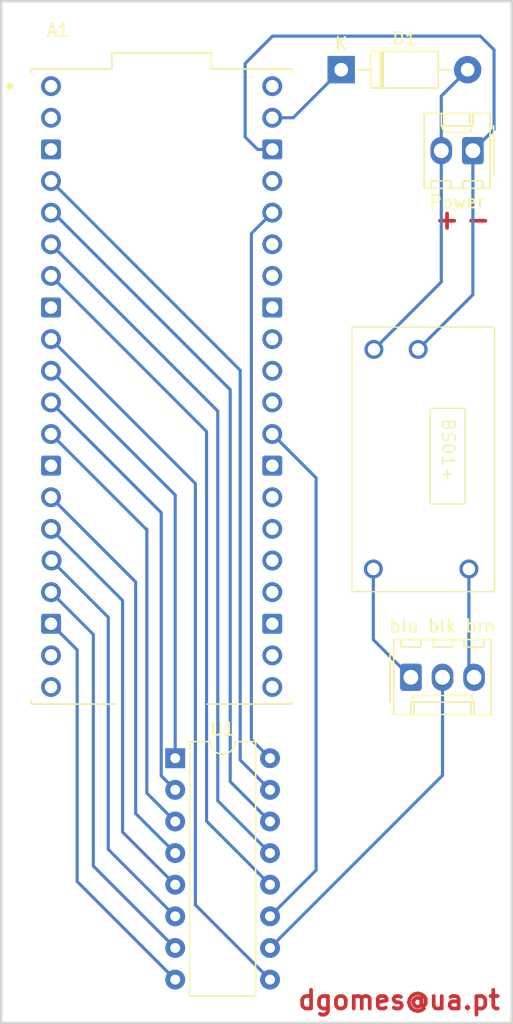
<source format=kicad_pcb>
(kicad_pcb (version 20221018) (generator pcbnew)
  (layers (0 "F.Cu" signal) (31 "B.Cu" signal) (34 "B.Paste" user) (35 "F.Paste" user) (36 "B.SilkS" user "B.Silkscreen") (37 "F.SilkS" user "F.Silkscreen") (38 "B.Mask" user) (39 "F.Mask" user) (44 "Edge.Cuts" user))
  (net 0 "")
  (net 2 "Net-(A1-GP10)")
  (net 3 "Net-(A1-GP11)")
  (net 4 "Net-(A1-GP12)")
  (net 5 "Net-(A1-GP4)")
  (net 6 "Net-(A1-GP3)")
  (net 7 "Net-(A1-GP5)")
  (net 8 "Net-(A1-GP2)")
  (net 9 "Net-(A1-GP22)")
  (net 10 "Net-(A1-GP7)")
  (net 11 "Net-(A1-GP6)")
  (net 12 "Net-(A1-GP8)")
  (net 13 "Net-(A1-GP9)")
  (net 14 "Net-(A1-3V3_OUT)")
  (net 34 "Net-(BS01+1-in_-)")
  (net 36 "Net-(A1-VSYS)")
  (net 37 "Net-(BS01+1-in_+)")
  (net 39 "Net-(A1-GP13)")
  (net 40 "Net-(J1-Pin_2)")
  (net 42 "Net-(U1-VSS)")
  (net 43 "Net-(BS01+1-out_-)")
  (net 44 "Net-(BS01+1-out_+)")
  (footprint "Connector_Molex:Molex_KK-254_AE-6410-02A_1x02_P2.54mm_Vertical" (layer "F.Cu") (at 160.9 76.3 180)
    (fp_text reference "Power" (at 1.27 -4.12) (layer "F.SilkS"))
    (fp_text value "pos" hide)
    (fp_line (start -1.67 -2) (end -1.67 2) (stroke (width 0.12)) (layer "F.SilkS"))
    (fp_line (start -1.38 -3.03) (end -1.38 2.99) (stroke (width 0.12)) (layer "F.SilkS"))
    (fp_line (start -1.38 2.99) (end 3.92 2.99) (stroke (width 0.12)) (layer "F.SilkS"))
    (fp_line (start -0.8 -3.03) (end -0.8 -2.43) (stroke (width 0.12)) (layer "F.SilkS"))
    (fp_line (start -0.8 -2.43) (end 0.8 -2.43) (stroke (width 0.12)) (layer "F.SilkS"))
    (fp_line (start 0 1.99) (end 0.25 1.46) (stroke (width 0.12)) (layer "F.SilkS"))
    (fp_line (start 0 1.99) (end 2.54 1.99) (stroke (width 0.12)) (layer "F.SilkS"))
    (fp_line (start 0 2.99) (end 0 1.99) (stroke (width 0.12)) (layer "F.SilkS"))
    (fp_line (start 0.25 1.46) (end 2.29 1.46) (stroke (width 0.12)) (layer "F.SilkS"))
    (fp_line (start 0.25 2.99) (end 0.25 1.99) (stroke (width 0.12)) (layer "F.SilkS"))
    (fp_line (start 0.8 -2.43) (end 0.8 -3.03) (stroke (width 0.12)) (layer "F.SilkS"))
    (fp_line (start 1.74 -3.03) (end 1.74 -2.43) (stroke (width 0.12)) (layer "F.SilkS"))
    (fp_line (start 1.74 -2.43) (end 3.34 -2.43) (stroke (width 0.12)) (layer "F.SilkS"))
    (fp_line (start 2.29 1.46) (end 2.54 1.99) (stroke (width 0.12)) (layer "F.SilkS"))
    (fp_line (start 2.29 2.99) (end 2.29 1.99) (stroke (width 0.12)) (layer "F.SilkS"))
    (fp_line (start 2.54 1.99) (end 2.54 2.99) (stroke (width 0.12)) (layer "F.SilkS"))
    (fp_line (start 3.34 -2.43) (end 3.34 -3.03) (stroke (width 0.12)) (layer "F.SilkS"))
    (fp_line (start 3.92 -3.03) (end -1.38 -3.03) (stroke (width 0.12)) (layer "F.SilkS"))
    (fp_line (start 3.92 2.99) (end 3.92 -3.03) (stroke (width 0.12)) (layer "F.SilkS"))
    (pad "1" thru_hole roundrect (at 0 0 180) (size 1.74 2.19) (drill 1.19) (layers "*.Cu" "*.Mask") (roundrect_rratio 0.1436781609) (net 34 "Net-(BS01+1-in_-)"))
    (pad "2" thru_hole oval (at 2.54 0 180) (size 1.74 2.19) (drill 1.19) (layers "*.Cu" "*.Mask") (net 37 "Net-(BS01+1-in_+)"))
  )
  (footprint "Package_DIP:DIP-16_W7.62mm" (layer "F.Cu") (at 136.98 125.1)
    (fp_text reference "U1" (at 3.81 -2.33) (layer "F.SilkS"))
    (fp_text value "4020")
    (fp_line (start 1.16 -1.33) (end 1.16 19.11) (stroke (width 0.12)) (layer "F.SilkS"))
    (fp_line (start 1.16 19.11) (end 6.46 19.11) (stroke (width 0.12)) (layer "F.SilkS"))
    (fp_line (start 2.81 -1.33) (end 1.16 -1.33) (stroke (width 0.12)) (layer "F.SilkS"))
    (fp_line (start 6.46 -1.33) (end 4.81 -1.33) (stroke (width 0.12)) (layer "F.SilkS"))
    (fp_line (start 6.46 19.11) (end 6.46 -1.33) (stroke (width 0.12)) (layer "F.SilkS"))
    (fp_arc (start 4.81 -1.33) (mid 3.81 -0.33) (end 2.81 -1.33) (stroke (width 0.12)) (layer "F.SilkS"))
    (pad "1" thru_hole rect (at 0 0) (size 1.6 1.6) (drill 0.8) (layers "*.Cu" "*.Mask") (net 10 "Net-(A1-GP7)"))
    (pad "2" thru_hole oval (at 0 2.54) (size 1.6 1.6) (drill 0.8) (layers "*.Cu" "*.Mask") (net 12 "Net-(A1-GP8)"))
    (pad "3" thru_hole oval (at 0 5.08) (size 1.6 1.6) (drill 0.8) (layers "*.Cu" "*.Mask") (net 13 "Net-(A1-GP9)"))
    (pad "4" thru_hole oval (at 0 7.62) (size 1.6 1.6) (drill 0.8) (layers "*.Cu" "*.Mask") (net 2 "Net-(A1-GP10)"))
    (pad "5" thru_hole oval (at 0 10.16) (size 1.6 1.6) (drill 0.8) (layers "*.Cu" "*.Mask") (net 3 "Net-(A1-GP11)"))
    (pad "6" thru_hole oval (at 0 12.7) (size 1.6 1.6) (drill 0.8) (layers "*.Cu" "*.Mask") (net 4 "Net-(A1-GP12)"))
    (pad "7" thru_hole oval (at 0 15.24) (size 1.6 1.6) (drill 0.8) (layers "*.Cu" "*.Mask") (net 39 "Net-(A1-GP13)"))
    (pad "8" thru_hole oval (at 0 17.78) (size 1.6 1.6) (drill 0.8) (layers "*.Cu" "*.Mask") (net 42 "Net-(U1-VSS)"))
    (pad "9" thru_hole oval (at 7.62 17.78) (size 1.6 1.6) (drill 0.8) (layers "*.Cu" "*.Mask") (net 11 "Net-(A1-GP6)"))
    (pad "10" thru_hole oval (at 7.62 15.24) (size 1.6 1.6) (drill 0.8) (layers "*.Cu" "*.Mask") (net 40 "Net-(J1-Pin_2)"))
    (pad "11" thru_hole oval (at 7.62 12.7) (size 1.6 1.6) (drill 0.8) (layers "*.Cu" "*.Mask") (net 9 "Net-(A1-GP22)"))
    (pad "12" thru_hole oval (at 7.62 10.16) (size 1.6 1.6) (drill 0.8) (layers "*.Cu" "*.Mask") (net 7 "Net-(A1-GP5)"))
    (pad "13" thru_hole oval (at 7.62 7.62) (size 1.6 1.6) (drill 0.8) (layers "*.Cu" "*.Mask") (net 5 "Net-(A1-GP4)"))
    (pad "14" thru_hole oval (at 7.62 5.08) (size 1.6 1.6) (drill 0.8) (layers "*.Cu" "*.Mask") (net 6 "Net-(A1-GP3)"))
    (pad "15" thru_hole oval (at 7.62 2.54) (size 1.6 1.6) (drill 0.8) (layers "*.Cu" "*.Mask") (net 8 "Net-(A1-GP2)"))
    (pad "16" thru_hole oval (at 7.62 0) (size 1.6 1.6) (drill 0.8) (layers "*.Cu" "*.Mask") (net 14 "Net-(A1-3V3_OUT)"))
  )
  (footprint "Water Meter PCB:BS01+" (layer "F.Cu") (at 156.504 92.3676 -90)
    (fp_text reference "BS01+1" hide)
    (fp_text value "~" hide)
    (fp_text_box "BS01+" (start 12.3124 -3.766) (end 4.6324 -0.956) (layer "F.SilkS") (effects (font (size 1 1) (thickness 0.1)) (justify left top)) (stroke (width 0.1)))
    (fp_rect (start 19.3524 -6.1468) (end -1.8976 5.324) (stroke (width 0.1)) (fill none) (layer "F.SilkS"))
    (pad "1" thru_hole circle (at 17.5324 -4.076 270) (size 1.524 1.524) (drill 1) (layers "*.Cu" "*.Mask") (net 44 "Net-(BS01+1-out_+)"))
    (pad "2" thru_hole circle (at 17.5324 3.604 270) (size 1.524 1.524) (drill 1) (layers "*.Cu" "*.Mask") (net 43 "Net-(BS01+1-out_-)"))
    (pad "3" thru_hole circle (at -0.1016 0 270) (size 1.524 1.524) (drill 1) (layers "*.Cu" "*.Mask") (net 34 "Net-(BS01+1-in_-)"))
    (pad "4" thru_hole circle (at -0.1016 3.556 270) (size 1.524 1.524) (drill 1) (layers "*.Cu" "*.Mask") (net 37 "Net-(BS01+1-in_+)"))
  )
  (footprint "Connector_Molex:Molex_KK-254_AE-6410-03A_1x03_P2.54mm_Vertical" (layer "F.Cu") (at 155.92 118.6)
    (fp_text reference "blu blk brn" (at 2.54 -4.12) (layer "F.SilkS"))
    (fp_text value "TL-W5MC1")
    (fp_line (start -1.67 -2) (end -1.67 2) (stroke (width 0.12)) (layer "F.SilkS"))
    (fp_line (start -1.38 -3.03) (end -1.38 2.99) (stroke (width 0.12)) (layer "F.SilkS"))
    (fp_line (start -1.38 2.99) (end 6.46 2.99) (stroke (width 0.12)) (layer "F.SilkS"))
    (fp_line (start -0.8 -3.03) (end -0.8 -2.43) (stroke (width 0.12)) (layer "F.SilkS"))
    (fp_line (start -0.8 -2.43) (end 0.8 -2.43) (stroke (width 0.12)) (layer "F.SilkS"))
    (fp_line (start 0 1.99) (end 0.25 1.46) (stroke (width 0.12)) (layer "F.SilkS"))
    (fp_line (start 0 1.99) (end 5.08 1.99) (stroke (width 0.12)) (layer "F.SilkS"))
    (fp_line (start 0 2.99) (end 0 1.99) (stroke (width 0.12)) (layer "F.SilkS"))
    (fp_line (start 0.25 1.46) (end 4.83 1.46) (stroke (width 0.12)) (layer "F.SilkS"))
    (fp_line (start 0.25 2.99) (end 0.25 1.99) (stroke (width 0.12)) (layer "F.SilkS"))
    (fp_line (start 0.8 -2.43) (end 0.8 -3.03) (stroke (width 0.12)) (layer "F.SilkS"))
    (fp_line (start 1.74 -3.03) (end 1.74 -2.43) (stroke (width 0.12)) (layer "F.SilkS"))
    (fp_line (start 1.74 -2.43) (end 3.34 -2.43) (stroke (width 0.12)) (layer "F.SilkS"))
    (fp_line (start 3.34 -2.43) (end 3.34 -3.03) (stroke (width 0.12)) (layer "F.SilkS"))
    (fp_line (start 4.28 -3.03) (end 4.28 -2.43) (stroke (width 0.12)) (layer "F.SilkS"))
    (fp_line (start 4.28 -2.43) (end 5.88 -2.43) (stroke (width 0.12)) (layer "F.SilkS"))
    (fp_line (start 4.83 1.46) (end 5.08 1.99) (stroke (width 0.12)) (layer "F.SilkS"))
    (fp_line (start 4.83 2.99) (end 4.83 1.99) (stroke (width 0.12)) (layer "F.SilkS"))
    (fp_line (start 5.08 1.99) (end 5.08 2.99) (stroke (width 0.12)) (layer "F.SilkS"))
    (fp_line (start 5.88 -2.43) (end 5.88 -3.03) (stroke (width 0.12)) (layer "F.SilkS"))
    (fp_line (start 6.46 -3.03) (end -1.38 -3.03) (stroke (width 0.12)) (layer "F.SilkS"))
    (fp_line (start 6.46 2.99) (end 6.46 -3.03) (stroke (width 0.12)) (layer "F.SilkS"))
    (pad "1" thru_hole roundrect (at 0 0) (size 1.74 2.19) (drill 1.19) (layers "*.Cu" "*.Mask") (roundrect_rratio 0.1436781609) (net 43 "Net-(BS01+1-out_-)"))
    (pad "2" thru_hole oval (at 2.54 0) (size 1.74 2.19) (drill 1.19) (layers "*.Cu" "*.Mask") (net 40 "Net-(J1-Pin_2)"))
    (pad "3" thru_hole oval (at 5.08 0) (size 1.74 2.19) (drill 1.19) (layers "*.Cu" "*.Mask") (net 44 "Net-(BS01+1-out_+)"))
  )
  (footprint "Water Meter PCB:MODULE_SC0918" (layer "F.Cu") (at 135.89 95.25)
    (fp_text reference "A1" (at -8.325 -28.635) (layer "F.SilkS"))
    (fp_text value "SC0918")
    (fp_line (start -10.5 -25.5) (end -4 -25.5) (stroke (width 0.127)) (layer "F.SilkS"))
    (fp_line (start -10.5 -25.25) (end -10.5 -25.5) (stroke (width 0.127)) (layer "F.SilkS"))
    (fp_line (start -10.5 25.5) (end -10.5 25.25) (stroke (width 0.127)) (layer "F.SilkS"))
    (fp_line (start -4 -26.8) (end 4 -26.8) (stroke (width 0.127)) (layer "F.SilkS"))
    (fp_line (start -4 -25.5) (end -4 -26.8) (stroke (width 0.127)) (layer "F.SilkS"))
    (fp_line (start -3.66 25.5) (end -10.5 25.5) (stroke (width 0.127)) (layer "F.SilkS"))
    (fp_line (start 4 -26.8) (end 4 -25.5) (stroke (width 0.127)) (layer "F.SilkS"))
    (fp_line (start 4 -25.5) (end 10.5 -25.5) (stroke (width 0.127)) (layer "F.SilkS"))
    (fp_line (start 10.5 -25.5) (end 10.5 -25.25) (stroke (width 0.127)) (layer "F.SilkS"))
    (fp_line (start 10.5 25.5) (end 3.66 25.5) (stroke (width 0.127)) (layer "F.SilkS"))
    (fp_line (start 10.5 25.5) (end 10.5 25.25) (stroke (width 0.127)) (layer "F.SilkS"))
    (fp_circle (center -12.19 -24.13) (end -11.99 -24.13) (stroke (width 0.2)) (fill solid) (layer "F.SilkS"))
    (pad "1" thru_hole circle (at -8.89 -24.13) (size 1.6 1.6) (drill 1) (layers "*.Cu" "*.Mask"))
    (pad "2" thru_hole circle (at -8.89 -21.59) (size 1.6 1.6) (drill 1) (layers "*.Cu" "*.Mask"))
    (pad "3" thru_hole roundrect (at -8.89 -19.05) (size 1.6 1.6) (drill 1) (layers "*.Cu" "*.Mask") (roundrect_rratio 0.125))
    (pad "4" thru_hole circle (at -8.89 -16.51) (size 1.6 1.6) (drill 1) (layers "*.Cu" "*.Mask") (net 8 "Net-(A1-GP2)"))
    (pad "5" thru_hole circle (at -8.89 -13.97) (size 1.6 1.6) (drill 1) (layers "*.Cu" "*.Mask") (net 6 "Net-(A1-GP3)"))
    (pad "6" thru_hole circle (at -8.89 -11.43) (size 1.6 1.6) (drill 1) (layers "*.Cu" "*.Mask") (net 5 "Net-(A1-GP4)"))
    (pad "7" thru_hole circle (at -8.89 -8.89) (size 1.6 1.6) (drill 1) (layers "*.Cu" "*.Mask") (net 7 "Net-(A1-GP5)"))
    (pad "8" thru_hole roundrect (at -8.89 -6.35) (size 1.6 1.6) (drill 1) (layers "*.Cu" "*.Mask") (roundrect_rratio 0.125))
    (pad "9" thru_hole circle (at -8.89 -3.81) (size 1.6 1.6) (drill 1) (layers "*.Cu" "*.Mask") (net 11 "Net-(A1-GP6)"))
    (pad "10" thru_hole circle (at -8.89 -1.27) (size 1.6 1.6) (drill 1) (layers "*.Cu" "*.Mask") (net 10 "Net-(A1-GP7)"))
    (pad "11" thru_hole circle (at -8.89 1.27) (size 1.6 1.6) (drill 1) (layers "*.Cu" "*.Mask") (net 12 "Net-(A1-GP8)"))
    (pad "12" thru_hole circle (at -8.89 3.81) (size 1.6 1.6) (drill 1) (layers "*.Cu" "*.Mask") (net 13 "Net-(A1-GP9)"))
    (pad "13" thru_hole roundrect (at -8.89 6.35) (size 1.6 1.6) (drill 1) (layers "*.Cu" "*.Mask") (roundrect_rratio 0.125))
    (pad "14" thru_hole circle (at -8.89 8.89) (size 1.6 1.6) (drill 1) (layers "*.Cu" "*.Mask") (net 2 "Net-(A1-GP10)"))
    (pad "15" thru_hole circle (at -8.89 11.43) (size 1.6 1.6) (drill 1) (layers "*.Cu" "*.Mask") (net 3 "Net-(A1-GP11)"))
    (pad "16" thru_hole circle (at -8.848119 13.97) (size 1.6 1.6) (drill 1) (layers "*.Cu" "*.Mask") (net 4 "Net-(A1-GP12)"))
    (pad "17" thru_hole circle (at -8.89 16.51) (size 1.6 1.6) (drill 1) (layers "*.Cu" "*.Mask") (net 39 "Net-(A1-GP13)"))
    (pad "18" thru_hole roundrect (at -8.89 19.05) (size 1.6 1.6) (drill 1) (layers "*.Cu" "*.Mask") (roundrect_rratio 0.125) (net 42 "Net-(U1-VSS)"))
    (pad "19" thru_hole circle (at -8.89 21.59) (size 1.6 1.6) (drill 1) (layers "*.Cu" "*.Mask"))
    (pad "20" thru_hole circle (at -8.89 24.13) (size 1.6 1.6) (drill 1) (layers "*.Cu" "*.Mask"))
    (pad "21" thru_hole circle (at 8.89 24.13) (size 1.6 1.6) (drill 1) (layers "*.Cu" "*.Mask"))
    (pad "22" thru_hole circle (at 8.89 21.59) (size 1.6 1.6) (drill 1) (layers "*.Cu" "*.Mask"))
    (pad "23" thru_hole roundrect (at 8.89 19.05) (size 1.6 1.6) (drill 1) (layers "*.Cu" "*.Mask") (roundrect_rratio 0.125))
    (pad "24" thru_hole circle (at 8.89 16.51) (size 1.6 1.6) (drill 1) (layers "*.Cu" "*.Mask"))
    (pad "25" thru_hole circle (at 8.89 13.97) (size 1.6 1.6) (drill 1) (layers "*.Cu" "*.Mask"))
    (pad "26" thru_hole circle (at 8.89 11.43) (size 1.6 1.6) (drill 1) (layers "*.Cu" "*.Mask"))
    (pad "27" thru_hole circle (at 8.89 8.89) (size 1.6 1.6) (drill 1) (layers "*.Cu" "*.Mask"))
    (pad "28" thru_hole roundrect (at 8.89 6.35) (size 1.6 1.6) (drill 1) (layers "*.Cu" "*.Mask") (roundrect_rratio 0.125))
    (pad "29" thru_hole circle (at 8.89 3.81) (size 1.6 1.6) (drill 1) (layers "*.Cu" "*.Mask") (net 9 "Net-(A1-GP22)"))
    (pad "30" thru_hole circle (at 8.89 1.27) (size 1.6 1.6) (drill 1) (layers "*.Cu" "*.Mask"))
    (pad "31" thru_hole circle (at 8.89 -1.27) (size 1.6 1.6) (drill 1) (layers "*.Cu" "*.Mask"))
    (pad "32" thru_hole circle (at 8.89 -3.81) (size 1.6 1.6) (drill 1) (layers "*.Cu" "*.Mask"))
    (pad "33" thru_hole roundrect (at 8.89 -6.35) (size 1.6 1.6) (drill 1) (layers "*.Cu" "*.Mask") (roundrect_rratio 0.125))
    (pad "34" thru_hole circle (at 8.89 -8.89) (size 1.6 1.6) (drill 1) (layers "*.Cu" "*.Mask"))
    (pad "35" thru_hole circle (at 8.89 -11.43) (size 1.6 1.6) (drill 1) (layers "*.Cu" "*.Mask"))
    (pad "36" thru_hole circle (at 8.89 -13.97) (size 1.6 1.6) (drill 1) (layers "*.Cu" "*.Mask") (net 14 "Net-(A1-3V3_OUT)"))
    (pad "37" thru_hole circle (at 8.89 -16.51) (size 1.6 1.6) (drill 1) (layers "*.Cu" "*.Mask"))
    (pad "38" thru_hole roundrect (at 8.89 -19.05) (size 1.6 1.6) (drill 1) (layers "*.Cu" "*.Mask") (roundrect_rratio 0.125) (net 34 "Net-(BS01+1-in_-)"))
    (pad "39" thru_hole circle (at 8.89 -21.59) (size 1.6 1.6) (drill 1) (layers "*.Cu" "*.Mask") (net 36 "Net-(A1-VSYS)"))
    (pad "40" thru_hole circle (at 8.89 -24.13) (size 1.6 1.6) (drill 1) (layers "*.Cu" "*.Mask"))
  )
  (footprint "Diode_THT:D_DO-41_SOD81_P10.16mm_Horizontal" (layer "F.Cu") (at 150.32 69.8)
    (fp_text reference "D1" (at 5.08 -2.47) (layer "F.SilkS"))
    (fp_text value "1N5819")
    (fp_text user "K" (at 0 -2.1) (layer "F.SilkS"))
    (fp_line (start 1.34 0) (end 2.36 0) (stroke (width 0.12)) (layer "F.SilkS"))
    (fp_line (start 2.36 -1.47) (end 2.36 1.47) (stroke (width 0.12)) (layer "F.SilkS"))
    (fp_line (start 2.36 1.47) (end 7.8 1.47) (stroke (width 0.12)) (layer "F.SilkS"))
    (fp_line (start 3.14 -1.47) (end 3.14 1.47) (stroke (width 0.12)) (layer "F.SilkS"))
    (fp_line (start 3.26 -1.47) (end 3.26 1.47) (stroke (width 0.12)) (layer "F.SilkS"))
    (fp_line (start 3.38 -1.47) (end 3.38 1.47) (stroke (width 0.12)) (layer "F.SilkS"))
    (fp_line (start 7.8 -1.47) (end 2.36 -1.47) (stroke (width 0.12)) (layer "F.SilkS"))
    (fp_line (start 7.8 1.47) (end 7.8 -1.47) (stroke (width 0.12)) (layer "F.SilkS"))
    (fp_line (start 8.82 0) (end 7.8 0) (stroke (width 0.12)) (layer "F.SilkS"))
    (pad "1" thru_hole rect (at 0 0) (size 2.2 2.2) (drill 1.1) (layers "*.Cu" "*.Mask") (net 36 "Net-(A1-VSYS)"))
    (pad "2" thru_hole oval (at 10.16 0) (size 2.2 2.2) (drill 1.1) (layers "*.Cu" "*.Mask") (net 37 "Net-(BS01+1-in_+)"))
  )
  (gr_rect (start 123 64.3) (end 164.025627 146.362813) (stroke (width 0.2)) (fill none) (layer "Edge.Cuts"))
  (gr_text "-" (at 160.2 82.7) (layer "F.Cu") (effects (font (size 1.5 1.5) (thickness 0.3) bold) (justify left bottom)))
  (gr_text "+" (at 157.7 82.7) (layer "F.Cu") (effects (font (size 1.5 1.5) (thickness 0.3) bold) (justify left bottom)))
  (gr_text "dgomes@ua.pt" (at 146.7 145.4) (layer "F.Cu") (effects (font (size 1.5 1.5) (thickness 0.3) bold) (justify left bottom)))
  (segment (start 127 104.14) (end 133.8 110.94) (width 0.25) (layer "B.Cu") (net 2))
  (segment (start 133.8 129.54) (end 136.98 132.72) (width 0.25) (layer "B.Cu") (net 2))
  (segment (start 133.8 110.94) (end 133.8 129.54) (width 0.25) (layer "B.Cu") (net 2))
  (segment (start 132.75 112.43) (end 127 106.68) (width 0.25) (layer "B.Cu") (net 3))
  (segment (start 132.75 131.03) (end 132.75 112.43) (width 0.25) (layer "B.Cu") (net 3))
  (segment (start 136.98 135.26) (end 132.75 131.03) (width 0.25) (layer "B.Cu") (net 3))
  (segment (start 127.041881 109.22) (end 131.6 113.778119) (width 0.25) (layer "B.Cu") (net 4))
  (segment (start 131.6 132.42) (end 136.98 137.8) (width 0.25) (layer "B.Cu") (net 4))
  (segment (start 131.6 113.778119) (end 131.6 132.42) (width 0.25) (layer "B.Cu") (net 4))
  (segment (start 140.4 97.22) (end 127 83.82) (width 0.25) (layer "B.Cu") (net 5))
  (segment (start 140.4 128.52) (end 140.4 97.22) (width 0.25) (layer "B.Cu") (net 5))
  (segment (start 144.6 132.72) (end 140.4 128.52) (width 0.25) (layer "B.Cu") (net 5))
  (segment (start 141.4 126.98) (end 141.4 95.5) (width 0.25) (layer "B.Cu") (net 6))
  (segment (start 127.18 81.28) (end 127 81.28) (width 0.25) (layer "B.Cu") (net 6))
  (segment (start 144.6 130.18) (end 141.4 126.98) (width 0.25) (layer "B.Cu") (net 6))
  (segment (start 141.4 95.5) (end 127.18 81.28) (width 0.25) (layer "B.Cu") (net 6))
  (segment (start 127 86.36) (end 139.5 98.86) (width 0.25) (layer "B.Cu") (net 7))
  (segment (start 139.5 130.16) (end 144.6 135.26) (width 0.25) (layer "B.Cu") (net 7))
  (segment (start 139.5 98.86) (end 139.5 130.16) (width 0.25) (layer "B.Cu") (net 7))
  (segment (start 127 78.74) (end 142.2 93.94) (width 0.25) (layer "B.Cu") (net 8))
  (segment (start 142.2 93.94) (end 142.2 125.24) (width 0.25) (layer "B.Cu") (net 8))
  (segment (start 142.2 125.24) (end 144.6 127.64) (width 0.25) (layer "B.Cu") (net 8))
  (segment (start 144.6 137.8) (end 148.3 134.1) (width 0.25) (layer "B.Cu") (net 9))
  (segment (start 148.3 134.1) (end 148.3 102.58) (width 0.25) (layer "B.Cu") (net 9))
  (segment (start 148.3 102.58) (end 144.78 99.06) (width 0.25) (layer "B.Cu") (net 9))
  (segment (start 127 93.98) (end 136.98 103.96) (width 0.25) (layer "B.Cu") (net 10))
  (segment (start 136.98 103.96) (end 136.98 125.1) (width 0.25) (layer "B.Cu") (net 10))
  (segment (start 127 91.44) (end 138.6 103.04) (width 0.25) (layer "B.Cu") (net 11))
  (segment (start 138.6 103.04) (end 138.6 136.88) (width 0.25) (layer "B.Cu") (net 11))
  (segment (start 138.6 136.88) (end 144.6 142.88) (width 0.25) (layer "B.Cu") (net 11))
  (segment (start 136.98 127.64) (end 135.855 126.515) (width 0.25) (layer "B.Cu") (net 12))
  (segment (start 135.855 105.375) (end 127 96.52) (width 0.25) (layer "B.Cu") (net 12))
  (segment (start 135.855 126.515) (end 135.855 105.375) (width 0.25) (layer "B.Cu") (net 12))
  (segment (start 134.64 106.7) (end 127 99.06) (width 0.25) (layer "B.Cu") (net 13))
  (segment (start 134.7 106.7) (end 134.64 106.7) (width 0.25) (layer "B.Cu") (net 13))
  (segment (start 136.98 130.18) (end 134.7 127.9) (width 0.25) (layer "B.Cu") (net 13))
  (segment (start 134.7 127.9) (end 134.7 106.7) (width 0.25) (layer "B.Cu") (net 13))
  (segment (start 143.1 82.96) (end 144.78 81.28) (width 0.25) (layer "B.Cu") (net 14))
  (segment (start 143.1 123.6) (end 143.1 82.96) (width 0.25) (layer "B.Cu") (net 14))
  (segment (start 144.6 125.1) (end 143.1 123.6) (width 0.25) (layer "B.Cu") (net 14))
  (segment (start 142.6 69.3) (end 142.6 75.2) (width 0.25) (layer "B.Cu") (net 34))
  (segment (start 156.504 92.266) (end 160.9 87.87) (width 0.25) (layer "B.Cu") (net 34))
  (segment (start 143.6 76.2) (end 144.78 76.2) (width 0.25) (layer "B.Cu") (net 34))
  (segment (start 162.6 68.2) (end 161.5 67.1) (width 0.25) (layer "B.Cu") (net 34))
  (segment (start 161.5 67.1) (end 144.8 67.1) (width 0.25) (layer "B.Cu") (net 34))
  (segment (start 162.6 74.6) (end 162.6 68.2) (width 0.25) (layer "B.Cu") (net 34))
  (segment (start 160.9 87.87) (end 160.9 76.3) (width 0.25) (layer "B.Cu") (net 34))
  (segment (start 142.6 75.2) (end 143.6 76.2) (width 0.25) (layer "B.Cu") (net 34))
  (segment (start 160.9 76.3) (end 162.6 74.6) (width 0.25) (layer "B.Cu") (net 34))
  (segment (start 144.8 67.1) (end 142.6 69.3) (width 0.25) (layer "B.Cu") (net 34))
  (segment (start 144.78 73.66) (end 146.46 73.66) (width 0.25) (layer "B.Cu") (net 36))
  (segment (start 146.46 73.66) (end 150.32 69.8) (width 0.25) (layer "B.Cu") (net 36))
  (segment (start 158.36 86.854) (end 152.948 92.266) (width 0.25) (layer "B.Cu") (net 37))
  (segment (start 158.36 71.92) (end 160.48 69.8) (width 0.25) (layer "B.Cu") (net 37))
  (segment (start 158.36 76.3) (end 158.36 71.92) (width 0.25) (layer "B.Cu") (net 37))
  (segment (start 158.36 76.3) (end 158.36 86.854) (width 0.25) (layer "B.Cu") (net 37))
  (segment (start 130.4 115.16) (end 127 111.76) (width 0.25) (layer "B.Cu") (net 39))
  (segment (start 130.4 133.76) (end 130.4 115.16) (width 0.25) (layer "B.Cu") (net 39))
  (segment (start 136.98 140.34) (end 130.4 133.76) (width 0.25) (layer "B.Cu") (net 39))
  (segment (start 158.46 126.48) (end 144.6 140.34) (width 0.25) (layer "B.Cu") (net 40))
  (segment (start 158.46 118.6) (end 158.46 126.48) (width 0.25) (layer "B.Cu") (net 40))
  (segment (start 136.98 142.88) (end 129.1 135) (width 0.25) (layer "B.Cu") (net 42))
  (segment (start 129.1 116.4) (end 127 114.3) (width 0.25) (layer "B.Cu") (net 42))
  (segment (start 129.1 135) (end 129.1 116.4) (width 0.25) (layer "B.Cu") (net 42))
  (segment (start 152.9 109.9) (end 152.9 115.58) (width 0.25) (layer "B.Cu") (net 43))
  (segment (start 152.9 115.58) (end 155.92 118.6) (width 0.25) (layer "B.Cu") (net 43))
  (segment (start 160.58 109.9) (end 160.58 118.18) (width 0.25) (layer "B.Cu") (net 44))
  (segment (start 160.58 118.18) (end 161 118.6) (width 0.25) (layer "B.Cu") (net 44))
)
</source>
